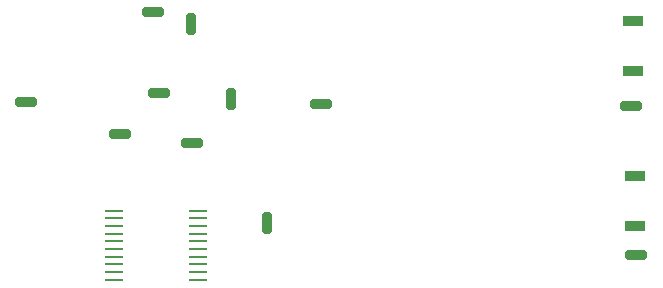
<source format=gbr>
%TF.GenerationSoftware,KiCad,Pcbnew,7.0.2*%
%TF.CreationDate,2024-12-05T18:12:45+09:00*%
%TF.ProjectId,YZ_CDI_PROT_V1,595a5f43-4449-45f5-9052-4f545f56312e,rev?*%
%TF.SameCoordinates,Original*%
%TF.FileFunction,Paste,Top*%
%TF.FilePolarity,Positive*%
%FSLAX46Y46*%
G04 Gerber Fmt 4.6, Leading zero omitted, Abs format (unit mm)*
G04 Created by KiCad (PCBNEW 7.0.2) date 2024-12-05 18:12:45*
%MOMM*%
%LPD*%
G01*
G04 APERTURE LIST*
G04 Aperture macros list*
%AMRoundRect*
0 Rectangle with rounded corners*
0 $1 Rounding radius*
0 $2 $3 $4 $5 $6 $7 $8 $9 X,Y pos of 4 corners*
0 Add a 4 corners polygon primitive as box body*
4,1,4,$2,$3,$4,$5,$6,$7,$8,$9,$2,$3,0*
0 Add four circle primitives for the rounded corners*
1,1,$1+$1,$2,$3*
1,1,$1+$1,$4,$5*
1,1,$1+$1,$6,$7*
1,1,$1+$1,$8,$9*
0 Add four rect primitives between the rounded corners*
20,1,$1+$1,$2,$3,$4,$5,0*
20,1,$1+$1,$4,$5,$6,$7,0*
20,1,$1+$1,$6,$7,$8,$9,0*
20,1,$1+$1,$8,$9,$2,$3,0*%
G04 Aperture macros list end*
%ADD10RoundRect,0.150000X-0.750000X-0.250000X0.750000X-0.250000X0.750000X0.250000X-0.750000X0.250000X0*%
%ADD11R,1.720000X0.970000*%
%ADD12R,1.600000X0.250000*%
%ADD13RoundRect,0.150000X0.750000X0.250000X-0.750000X0.250000X-0.750000X-0.250000X0.750000X-0.250000X0*%
%ADD14RoundRect,0.150000X0.250000X-0.750000X0.250000X0.750000X-0.250000X0.750000X-0.250000X-0.750000X0*%
G04 APERTURE END LIST*
D10*
%TO.C,TP7*%
X-39300000Y77350000D03*
%TD*%
D11*
%TO.C,D11*%
X1500000Y63475000D03*
X1500000Y59225000D03*
%TD*%
D10*
%TO.C,TP2*%
X-38850000Y70450000D03*
%TD*%
D11*
%TO.C,D1*%
X1300000Y76582500D03*
X1300000Y72332500D03*
%TD*%
D12*
%TO.C,IC1*%
X-42650000Y60525000D03*
X-42650000Y59875000D03*
X-42650000Y59225000D03*
X-42650000Y58575000D03*
X-42650000Y57925000D03*
X-42650000Y57275000D03*
X-42650000Y56625000D03*
X-42650000Y55975000D03*
X-42650000Y55325000D03*
X-42650000Y54675000D03*
X-35550000Y54675000D03*
X-35550000Y55325000D03*
X-35550000Y55975000D03*
X-35550000Y56625000D03*
X-35550000Y57275000D03*
X-35550000Y57925000D03*
X-35550000Y58575000D03*
X-35550000Y59225000D03*
X-35550000Y59875000D03*
X-35550000Y60525000D03*
%TD*%
D10*
%TO.C,TP10*%
X1600000Y56750000D03*
%TD*%
%TO.C,TP11*%
X-25100000Y69550000D03*
%TD*%
D13*
%TO.C,TP9*%
X-50050000Y69700000D03*
%TD*%
D10*
%TO.C,TP4*%
X-36000000Y66250000D03*
%TD*%
D14*
%TO.C,TP3*%
X-32700000Y69950000D03*
%TD*%
%TO.C,TP5*%
X-29700000Y59450000D03*
%TD*%
D10*
%TO.C,TP12*%
X-42100000Y67050000D03*
%TD*%
D14*
%TO.C,TP1*%
X-36100000Y76350000D03*
%TD*%
D10*
%TO.C,TP8*%
X1100000Y69350000D03*
%TD*%
M02*

</source>
